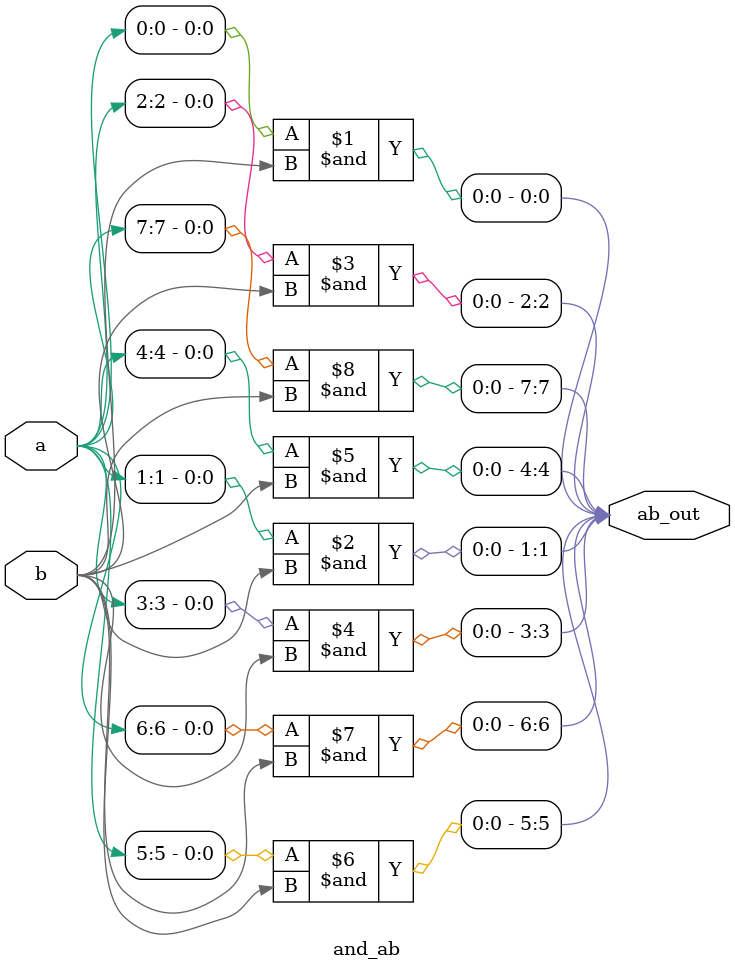
<source format=v>

`include "CLA8.v"

module Multiplier_CLA(
    input   [7:0]   A,
    input   [7:0]   B,
    output  [15:0]  Product
);
   // put your design here

//stage1
wire [7:0]stage1;
and_ab id0(A[7:0],B[0],stage1[7:0]);
or(Product[0],stage1[0],1'b0);

//stage2
wire [7:0]sum2;
wire [7:0]stage2;
wire [7:0]temp2;
wire cout2;

and_ab id1(A[7:0],B[1],stage2[7:0]);
assign temp2 = {1'b0,stage1[7:1]};
CLA8 id2(stage2[7:0],temp2[7:0],1'b0,sum2[7:0],cout2);
or(Product[1],sum2[0],1'b0);

//Stage3
wire [7:0]sum3;
wire [7:0]stage3;
wire [7:0]temp3;
wire cout3;

and_ab id3(A[7:0],B[2],stage3[7:0]);
assign temp3 = {cout2,sum2[7:1]};
CLA8 id4(stage3[7:0],temp3[7:0],1'b0,sum3[7:0],cout3);
or(Product[2],sum3[0],1'b0);

//Stage4
wire [7:0]sum4;
wire [7:0]stage4;
wire [7:0]temp4;
wire cout4;

and_ab id5(A[7:0],B[3],stage4[7:0]);
assign temp4 = {cout3,sum3[7:1]};
CLA8 id6(stage4[7:0],temp4[7:0],1'b0,sum4[7:0],cout4);
or(Product[3],sum4[0],1'b0);

//Stage5
wire [7:0]sum5;
wire [7:0]stage5;
wire [7:0]temp5;
wire cout5;

and_ab id7(A[7:0],B[4],stage5[7:0]);
assign temp5 = {cout4,sum4[7:1]};
CLA8 id8(stage5[7:0],temp5[7:0],1'b0,sum5[7:0],cout5);
or(Product[4],sum5[0],1'b0);

//Stage6
wire [7:0]sum6;
wire [7:0]stage6;
wire [7:0]temp6;
wire cout6;

and_ab id9(A[7:0],B[5],stage6[7:0]);
assign temp6 = {cout5,sum5[7:1]};
CLA8 id10(stage6[7:0],temp6[7:0],1'b0,sum6[7:0],cout6);
or(Product[5],sum6[0],1'b0);

//Stage7
wire [7:0]sum7;
wire [7:0]stage7;
wire [7:0]temp7;
wire cout7;

and_ab id11(A[7:0],B[6],stage7[7:0]);
assign temp7 = {cout6,sum6[7:1]};
CLA8 id12(stage7[7:0],temp7[7:0],1'b0,sum7[7:0],cout7);
or(Product[6],sum7[0],1'b0);

//Stage7
wire [7:0]sum8;
wire [7:0]stage8;
wire [7:0]temp8;
wire cout8;

and_ab id13(A[7:0],B[7],stage8[7:0]);
assign temp8 = {cout7,sum7[7:1]};
CLA8 id14(stage8[7:0],temp8[7:0],1'b0,sum8[7:0],cout8);
assign Product[15:7] = {cout8,sum8[7:0]};


endmodule

module and_ab(a,b,ab_out);

input [7:0] a;
input b;
output [7:0] ab_out;
and(ab_out[0],a[0],b);
and(ab_out[1],a[1],b);
and(ab_out[2],a[2],b);
and(ab_out[3],a[3],b);
and(ab_out[4],a[4],b);
and(ab_out[5],a[5],b);
and(ab_out[6],a[6],b);
and(ab_out[7],a[7],b);

endmodule
</source>
